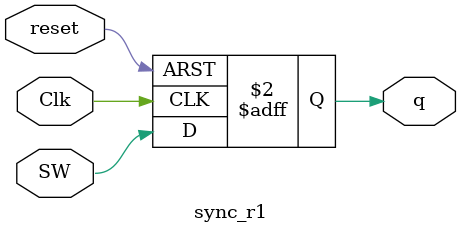
<source format=sv>

module sync (
	input  logic Clk, SW,
	output logic q
);

always_ff @ (posedge Clk)
begin
	q <= SW;
end

endmodule


//synchronizer with reset to 0 (d_ff)
module sync_r0 (
	input  logic Clk, reset, SW,
	output logic q
);

//initial
//begin
//	q <= 1'b0;
//end

always_ff @ (posedge Clk or posedge reset)
begin
	if (reset)
		q <= 1'b0;
	else
		q <= SW;
end

endmodule

//synchronizer with reset to 1 (d_ff)
module sync_r1 (
	input  logic Clk, reset, SW,
	output logic q
);
//initial
//begin
//	q <= 1'b1;
//end

always_ff @ (posedge Clk or posedge reset)
begin
	if (reset)
		q <= 1'b1;
	else
		q <= SW;
end

endmodule
</source>
